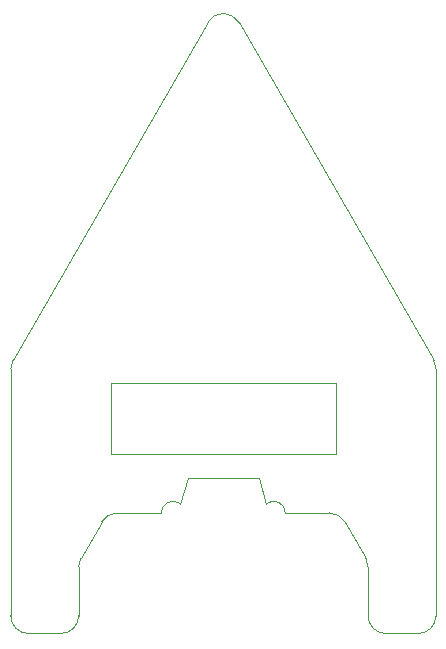
<source format=gm1>
G04 #@! TF.FileFunction,Profile,NP*
%FSLAX46Y46*%
G04 Gerber Fmt 4.6, Leading zero omitted, Abs format (unit mm)*
G04 Created by KiCad (PCBNEW 4.0.7) date Thu Oct 19 14:43:40 2017*
%MOMM*%
%LPD*%
G01*
G04 APERTURE LIST*
%ADD10C,0.100000*%
%ADD11C,0.010000*%
G04 APERTURE END LIST*
D10*
D11*
X196875000Y-158323669D02*
X215875000Y-158323669D01*
X196875000Y-152323669D02*
X196875000Y-158323669D01*
X196875000Y-152323669D02*
X215875000Y-152323669D01*
X215875000Y-152323669D02*
X215875000Y-158323669D01*
X220125000Y-173527418D02*
X222875000Y-173527418D01*
X224374998Y-172027429D02*
G75*
G02X222875000Y-173527418I-1499999J10D01*
G01*
X224375000Y-151106257D02*
X224375000Y-172027418D01*
X224174067Y-150356308D02*
G75*
G02X224375000Y-151106257I-1299067J-749949D01*
G01*
X207674038Y-121777418D02*
X224174038Y-150356257D01*
X205075964Y-121777417D02*
G75*
G02X207674038Y-121777418I1299037J-749998D01*
G01*
X188575962Y-150356257D02*
X205075962Y-121777418D01*
X188375000Y-151106313D02*
G75*
G02X188575962Y-150356257I1500000J56D01*
G01*
X188375000Y-172027418D02*
X188375000Y-151106257D01*
X189875010Y-173527420D02*
G75*
G02X188375000Y-172027418I-9J1500001D01*
G01*
X192625000Y-173527418D02*
X189875000Y-173527418D01*
X194124999Y-172027424D02*
G75*
G02X192625000Y-173527418I-1500000J6D01*
G01*
X194125000Y-172027418D02*
X194125000Y-167867164D01*
X194125000Y-167867161D02*
G75*
G02X194325962Y-167117164I1499999J-3D01*
G01*
X196083125Y-164073669D02*
X194325962Y-167117164D01*
X196083128Y-164073663D02*
G75*
G02X197382163Y-163323669I1299035J-750006D01*
G01*
X201120115Y-163323669D02*
X197382163Y-163323669D01*
X201120113Y-163323670D02*
G75*
G02X202720115Y-162523669I1000001J1D01*
G01*
X203375000Y-160323669D02*
X202720115Y-162523669D01*
X203375000Y-160323669D02*
X209375000Y-160323669D01*
X209375000Y-160323669D02*
X210030115Y-162523669D01*
X210030115Y-162523669D02*
G75*
G02X211630115Y-163323669I600000J-800000D01*
G01*
X211630115Y-163323669D02*
X215367837Y-163323669D01*
X215367839Y-163323669D02*
G75*
G02X216666875Y-164073669I-2J-1500000D01*
G01*
X216666875Y-164073669D02*
X218424038Y-167117164D01*
X218424041Y-167117169D02*
G75*
G02X218625000Y-167867164I-1299041J-749995D01*
G01*
X218625000Y-172027418D02*
X218625000Y-167867164D01*
X220125000Y-173527419D02*
G75*
G02X218625000Y-172027418I1J1500001D01*
G01*
M02*

</source>
